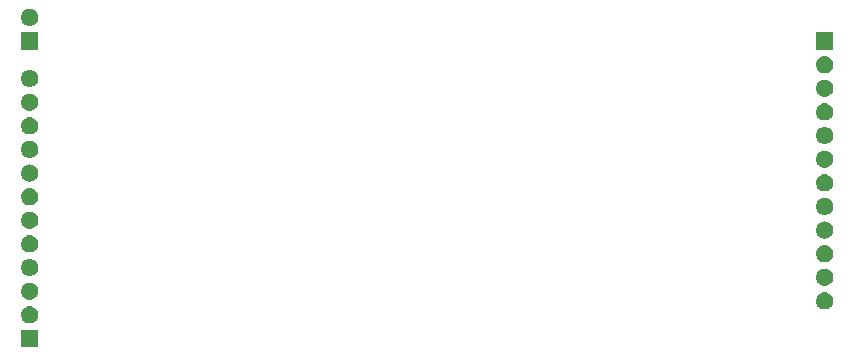
<source format=gbr>
G04 #@! TF.GenerationSoftware,KiCad,Pcbnew,(5.0.2)-1*
G04 #@! TF.CreationDate,2019-04-18T12:23:37+05:30*
G04 #@! TF.ProjectId,ti_based,74695f62-6173-4656-942e-6b696361645f,rev?*
G04 #@! TF.SameCoordinates,Original*
G04 #@! TF.FileFunction,Soldermask,Bot*
G04 #@! TF.FilePolarity,Negative*
%FSLAX46Y46*%
G04 Gerber Fmt 4.6, Leading zero omitted, Abs format (unit mm)*
G04 Created by KiCad (PCBNEW (5.0.2)-1) date 18/04/2019 12:23:37*
%MOMM*%
%LPD*%
G01*
G04 APERTURE LIST*
%ADD10C,0.100000*%
G04 APERTURE END LIST*
D10*
G36*
X52796000Y-61461000D02*
X51344000Y-61461000D01*
X51344000Y-60009000D01*
X52796000Y-60009000D01*
X52796000Y-61461000D01*
X52796000Y-61461000D01*
G37*
G36*
X52126991Y-58011101D02*
X52212321Y-58019505D01*
X52349172Y-58061019D01*
X52349174Y-58061020D01*
X52349177Y-58061021D01*
X52475296Y-58128432D01*
X52585843Y-58219157D01*
X52676568Y-58329704D01*
X52743979Y-58455823D01*
X52743980Y-58455826D01*
X52743981Y-58455828D01*
X52785495Y-58592679D01*
X52799512Y-58735000D01*
X52785495Y-58877321D01*
X52743981Y-59014172D01*
X52743979Y-59014177D01*
X52676568Y-59140296D01*
X52585843Y-59250843D01*
X52475296Y-59341568D01*
X52349177Y-59408979D01*
X52349174Y-59408980D01*
X52349172Y-59408981D01*
X52212321Y-59450495D01*
X52126991Y-59458899D01*
X52105660Y-59461000D01*
X52034340Y-59461000D01*
X52013009Y-59458899D01*
X51927679Y-59450495D01*
X51790828Y-59408981D01*
X51790826Y-59408980D01*
X51790823Y-59408979D01*
X51664704Y-59341568D01*
X51554157Y-59250843D01*
X51463432Y-59140296D01*
X51396021Y-59014177D01*
X51396019Y-59014172D01*
X51354505Y-58877321D01*
X51340488Y-58735000D01*
X51354505Y-58592679D01*
X51396019Y-58455828D01*
X51396020Y-58455826D01*
X51396021Y-58455823D01*
X51463432Y-58329704D01*
X51554157Y-58219157D01*
X51664704Y-58128432D01*
X51790823Y-58061021D01*
X51790826Y-58061020D01*
X51790828Y-58061019D01*
X51927679Y-58019505D01*
X52013009Y-58011101D01*
X52034340Y-58009000D01*
X52105660Y-58009000D01*
X52126991Y-58011101D01*
X52126991Y-58011101D01*
G37*
G36*
X119436991Y-56836101D02*
X119522321Y-56844505D01*
X119659172Y-56886019D01*
X119659174Y-56886020D01*
X119659177Y-56886021D01*
X119785296Y-56953432D01*
X119895843Y-57044157D01*
X119986568Y-57154704D01*
X120053979Y-57280823D01*
X120053980Y-57280826D01*
X120053981Y-57280828D01*
X120095495Y-57417679D01*
X120109512Y-57560000D01*
X120095495Y-57702321D01*
X120053981Y-57839172D01*
X120053979Y-57839177D01*
X119986568Y-57965296D01*
X119895843Y-58075843D01*
X119785296Y-58166568D01*
X119659177Y-58233979D01*
X119659174Y-58233980D01*
X119659172Y-58233981D01*
X119522321Y-58275495D01*
X119436991Y-58283899D01*
X119415660Y-58286000D01*
X119344340Y-58286000D01*
X119323009Y-58283899D01*
X119237679Y-58275495D01*
X119100828Y-58233981D01*
X119100826Y-58233980D01*
X119100823Y-58233979D01*
X118974704Y-58166568D01*
X118864157Y-58075843D01*
X118773432Y-57965296D01*
X118706021Y-57839177D01*
X118706019Y-57839172D01*
X118664505Y-57702321D01*
X118650488Y-57560000D01*
X118664505Y-57417679D01*
X118706019Y-57280828D01*
X118706020Y-57280826D01*
X118706021Y-57280823D01*
X118773432Y-57154704D01*
X118864157Y-57044157D01*
X118974704Y-56953432D01*
X119100823Y-56886021D01*
X119100826Y-56886020D01*
X119100828Y-56886019D01*
X119237679Y-56844505D01*
X119323009Y-56836101D01*
X119344340Y-56834000D01*
X119415660Y-56834000D01*
X119436991Y-56836101D01*
X119436991Y-56836101D01*
G37*
G36*
X52126991Y-56011101D02*
X52212321Y-56019505D01*
X52349172Y-56061019D01*
X52349174Y-56061020D01*
X52349177Y-56061021D01*
X52475296Y-56128432D01*
X52585843Y-56219157D01*
X52676568Y-56329704D01*
X52743979Y-56455823D01*
X52743980Y-56455826D01*
X52743981Y-56455828D01*
X52785495Y-56592679D01*
X52799512Y-56735000D01*
X52785495Y-56877321D01*
X52743981Y-57014172D01*
X52743979Y-57014177D01*
X52676568Y-57140296D01*
X52585843Y-57250843D01*
X52475296Y-57341568D01*
X52349177Y-57408979D01*
X52349174Y-57408980D01*
X52349172Y-57408981D01*
X52212321Y-57450495D01*
X52126991Y-57458899D01*
X52105660Y-57461000D01*
X52034340Y-57461000D01*
X52013009Y-57458899D01*
X51927679Y-57450495D01*
X51790828Y-57408981D01*
X51790826Y-57408980D01*
X51790823Y-57408979D01*
X51664704Y-57341568D01*
X51554157Y-57250843D01*
X51463432Y-57140296D01*
X51396021Y-57014177D01*
X51396019Y-57014172D01*
X51354505Y-56877321D01*
X51340488Y-56735000D01*
X51354505Y-56592679D01*
X51396019Y-56455828D01*
X51396020Y-56455826D01*
X51396021Y-56455823D01*
X51463432Y-56329704D01*
X51554157Y-56219157D01*
X51664704Y-56128432D01*
X51790823Y-56061021D01*
X51790826Y-56061020D01*
X51790828Y-56061019D01*
X51927679Y-56019505D01*
X52013009Y-56011101D01*
X52034340Y-56009000D01*
X52105660Y-56009000D01*
X52126991Y-56011101D01*
X52126991Y-56011101D01*
G37*
G36*
X119436991Y-54836101D02*
X119522321Y-54844505D01*
X119659172Y-54886019D01*
X119659174Y-54886020D01*
X119659177Y-54886021D01*
X119785296Y-54953432D01*
X119895843Y-55044157D01*
X119986568Y-55154704D01*
X120053979Y-55280823D01*
X120053980Y-55280826D01*
X120053981Y-55280828D01*
X120095495Y-55417679D01*
X120109512Y-55560000D01*
X120095495Y-55702321D01*
X120053981Y-55839172D01*
X120053979Y-55839177D01*
X119986568Y-55965296D01*
X119895843Y-56075843D01*
X119785296Y-56166568D01*
X119659177Y-56233979D01*
X119659174Y-56233980D01*
X119659172Y-56233981D01*
X119522321Y-56275495D01*
X119436991Y-56283899D01*
X119415660Y-56286000D01*
X119344340Y-56286000D01*
X119323009Y-56283899D01*
X119237679Y-56275495D01*
X119100828Y-56233981D01*
X119100826Y-56233980D01*
X119100823Y-56233979D01*
X118974704Y-56166568D01*
X118864157Y-56075843D01*
X118773432Y-55965296D01*
X118706021Y-55839177D01*
X118706019Y-55839172D01*
X118664505Y-55702321D01*
X118650488Y-55560000D01*
X118664505Y-55417679D01*
X118706019Y-55280828D01*
X118706020Y-55280826D01*
X118706021Y-55280823D01*
X118773432Y-55154704D01*
X118864157Y-55044157D01*
X118974704Y-54953432D01*
X119100823Y-54886021D01*
X119100826Y-54886020D01*
X119100828Y-54886019D01*
X119237679Y-54844505D01*
X119323009Y-54836101D01*
X119344340Y-54834000D01*
X119415660Y-54834000D01*
X119436991Y-54836101D01*
X119436991Y-54836101D01*
G37*
G36*
X52126991Y-54011101D02*
X52212321Y-54019505D01*
X52349172Y-54061019D01*
X52349174Y-54061020D01*
X52349177Y-54061021D01*
X52475296Y-54128432D01*
X52585843Y-54219157D01*
X52676568Y-54329704D01*
X52743979Y-54455823D01*
X52743980Y-54455826D01*
X52743981Y-54455828D01*
X52785495Y-54592679D01*
X52799512Y-54735000D01*
X52785495Y-54877321D01*
X52743981Y-55014172D01*
X52743979Y-55014177D01*
X52676568Y-55140296D01*
X52585843Y-55250843D01*
X52475296Y-55341568D01*
X52349177Y-55408979D01*
X52349174Y-55408980D01*
X52349172Y-55408981D01*
X52212321Y-55450495D01*
X52126991Y-55458899D01*
X52105660Y-55461000D01*
X52034340Y-55461000D01*
X52013009Y-55458899D01*
X51927679Y-55450495D01*
X51790828Y-55408981D01*
X51790826Y-55408980D01*
X51790823Y-55408979D01*
X51664704Y-55341568D01*
X51554157Y-55250843D01*
X51463432Y-55140296D01*
X51396021Y-55014177D01*
X51396019Y-55014172D01*
X51354505Y-54877321D01*
X51340488Y-54735000D01*
X51354505Y-54592679D01*
X51396019Y-54455828D01*
X51396020Y-54455826D01*
X51396021Y-54455823D01*
X51463432Y-54329704D01*
X51554157Y-54219157D01*
X51664704Y-54128432D01*
X51790823Y-54061021D01*
X51790826Y-54061020D01*
X51790828Y-54061019D01*
X51927679Y-54019505D01*
X52013009Y-54011101D01*
X52034340Y-54009000D01*
X52105660Y-54009000D01*
X52126991Y-54011101D01*
X52126991Y-54011101D01*
G37*
G36*
X119436991Y-52836101D02*
X119522321Y-52844505D01*
X119659172Y-52886019D01*
X119659174Y-52886020D01*
X119659177Y-52886021D01*
X119785296Y-52953432D01*
X119895843Y-53044157D01*
X119986568Y-53154704D01*
X120053979Y-53280823D01*
X120053980Y-53280826D01*
X120053981Y-53280828D01*
X120095495Y-53417679D01*
X120109512Y-53560000D01*
X120095495Y-53702321D01*
X120053981Y-53839172D01*
X120053979Y-53839177D01*
X119986568Y-53965296D01*
X119895843Y-54075843D01*
X119785296Y-54166568D01*
X119659177Y-54233979D01*
X119659174Y-54233980D01*
X119659172Y-54233981D01*
X119522321Y-54275495D01*
X119436991Y-54283899D01*
X119415660Y-54286000D01*
X119344340Y-54286000D01*
X119323009Y-54283899D01*
X119237679Y-54275495D01*
X119100828Y-54233981D01*
X119100826Y-54233980D01*
X119100823Y-54233979D01*
X118974704Y-54166568D01*
X118864157Y-54075843D01*
X118773432Y-53965296D01*
X118706021Y-53839177D01*
X118706019Y-53839172D01*
X118664505Y-53702321D01*
X118650488Y-53560000D01*
X118664505Y-53417679D01*
X118706019Y-53280828D01*
X118706020Y-53280826D01*
X118706021Y-53280823D01*
X118773432Y-53154704D01*
X118864157Y-53044157D01*
X118974704Y-52953432D01*
X119100823Y-52886021D01*
X119100826Y-52886020D01*
X119100828Y-52886019D01*
X119237679Y-52844505D01*
X119323009Y-52836101D01*
X119344340Y-52834000D01*
X119415660Y-52834000D01*
X119436991Y-52836101D01*
X119436991Y-52836101D01*
G37*
G36*
X52126991Y-52011101D02*
X52212321Y-52019505D01*
X52349172Y-52061019D01*
X52349174Y-52061020D01*
X52349177Y-52061021D01*
X52475296Y-52128432D01*
X52585843Y-52219157D01*
X52676568Y-52329704D01*
X52743979Y-52455823D01*
X52743980Y-52455826D01*
X52743981Y-52455828D01*
X52785495Y-52592679D01*
X52799512Y-52735000D01*
X52785495Y-52877321D01*
X52743981Y-53014172D01*
X52743979Y-53014177D01*
X52676568Y-53140296D01*
X52585843Y-53250843D01*
X52475296Y-53341568D01*
X52349177Y-53408979D01*
X52349174Y-53408980D01*
X52349172Y-53408981D01*
X52212321Y-53450495D01*
X52126991Y-53458899D01*
X52105660Y-53461000D01*
X52034340Y-53461000D01*
X52013009Y-53458899D01*
X51927679Y-53450495D01*
X51790828Y-53408981D01*
X51790826Y-53408980D01*
X51790823Y-53408979D01*
X51664704Y-53341568D01*
X51554157Y-53250843D01*
X51463432Y-53140296D01*
X51396021Y-53014177D01*
X51396019Y-53014172D01*
X51354505Y-52877321D01*
X51340488Y-52735000D01*
X51354505Y-52592679D01*
X51396019Y-52455828D01*
X51396020Y-52455826D01*
X51396021Y-52455823D01*
X51463432Y-52329704D01*
X51554157Y-52219157D01*
X51664704Y-52128432D01*
X51790823Y-52061021D01*
X51790826Y-52061020D01*
X51790828Y-52061019D01*
X51927679Y-52019505D01*
X52013009Y-52011101D01*
X52034340Y-52009000D01*
X52105660Y-52009000D01*
X52126991Y-52011101D01*
X52126991Y-52011101D01*
G37*
G36*
X119436991Y-50836101D02*
X119522321Y-50844505D01*
X119659172Y-50886019D01*
X119659174Y-50886020D01*
X119659177Y-50886021D01*
X119785296Y-50953432D01*
X119895843Y-51044157D01*
X119986568Y-51154704D01*
X120053979Y-51280823D01*
X120053980Y-51280826D01*
X120053981Y-51280828D01*
X120095495Y-51417679D01*
X120109512Y-51560000D01*
X120095495Y-51702321D01*
X120053981Y-51839172D01*
X120053979Y-51839177D01*
X119986568Y-51965296D01*
X119895843Y-52075843D01*
X119785296Y-52166568D01*
X119659177Y-52233979D01*
X119659174Y-52233980D01*
X119659172Y-52233981D01*
X119522321Y-52275495D01*
X119436991Y-52283899D01*
X119415660Y-52286000D01*
X119344340Y-52286000D01*
X119323009Y-52283899D01*
X119237679Y-52275495D01*
X119100828Y-52233981D01*
X119100826Y-52233980D01*
X119100823Y-52233979D01*
X118974704Y-52166568D01*
X118864157Y-52075843D01*
X118773432Y-51965296D01*
X118706021Y-51839177D01*
X118706019Y-51839172D01*
X118664505Y-51702321D01*
X118650488Y-51560000D01*
X118664505Y-51417679D01*
X118706019Y-51280828D01*
X118706020Y-51280826D01*
X118706021Y-51280823D01*
X118773432Y-51154704D01*
X118864157Y-51044157D01*
X118974704Y-50953432D01*
X119100823Y-50886021D01*
X119100826Y-50886020D01*
X119100828Y-50886019D01*
X119237679Y-50844505D01*
X119323009Y-50836101D01*
X119344340Y-50834000D01*
X119415660Y-50834000D01*
X119436991Y-50836101D01*
X119436991Y-50836101D01*
G37*
G36*
X52126991Y-50011101D02*
X52212321Y-50019505D01*
X52349172Y-50061019D01*
X52349174Y-50061020D01*
X52349177Y-50061021D01*
X52475296Y-50128432D01*
X52585843Y-50219157D01*
X52676568Y-50329704D01*
X52743979Y-50455823D01*
X52743980Y-50455826D01*
X52743981Y-50455828D01*
X52785495Y-50592679D01*
X52799512Y-50735000D01*
X52785495Y-50877321D01*
X52743981Y-51014172D01*
X52743979Y-51014177D01*
X52676568Y-51140296D01*
X52585843Y-51250843D01*
X52475296Y-51341568D01*
X52349177Y-51408979D01*
X52349174Y-51408980D01*
X52349172Y-51408981D01*
X52212321Y-51450495D01*
X52126991Y-51458899D01*
X52105660Y-51461000D01*
X52034340Y-51461000D01*
X52013009Y-51458899D01*
X51927679Y-51450495D01*
X51790828Y-51408981D01*
X51790826Y-51408980D01*
X51790823Y-51408979D01*
X51664704Y-51341568D01*
X51554157Y-51250843D01*
X51463432Y-51140296D01*
X51396021Y-51014177D01*
X51396019Y-51014172D01*
X51354505Y-50877321D01*
X51340488Y-50735000D01*
X51354505Y-50592679D01*
X51396019Y-50455828D01*
X51396020Y-50455826D01*
X51396021Y-50455823D01*
X51463432Y-50329704D01*
X51554157Y-50219157D01*
X51664704Y-50128432D01*
X51790823Y-50061021D01*
X51790826Y-50061020D01*
X51790828Y-50061019D01*
X51927679Y-50019505D01*
X52013009Y-50011101D01*
X52034340Y-50009000D01*
X52105660Y-50009000D01*
X52126991Y-50011101D01*
X52126991Y-50011101D01*
G37*
G36*
X119436991Y-48836101D02*
X119522321Y-48844505D01*
X119659172Y-48886019D01*
X119659174Y-48886020D01*
X119659177Y-48886021D01*
X119785296Y-48953432D01*
X119895843Y-49044157D01*
X119986568Y-49154704D01*
X120053979Y-49280823D01*
X120053980Y-49280826D01*
X120053981Y-49280828D01*
X120095495Y-49417679D01*
X120109512Y-49560000D01*
X120095495Y-49702321D01*
X120053981Y-49839172D01*
X120053979Y-49839177D01*
X119986568Y-49965296D01*
X119895843Y-50075843D01*
X119785296Y-50166568D01*
X119659177Y-50233979D01*
X119659174Y-50233980D01*
X119659172Y-50233981D01*
X119522321Y-50275495D01*
X119436991Y-50283899D01*
X119415660Y-50286000D01*
X119344340Y-50286000D01*
X119323009Y-50283899D01*
X119237679Y-50275495D01*
X119100828Y-50233981D01*
X119100826Y-50233980D01*
X119100823Y-50233979D01*
X118974704Y-50166568D01*
X118864157Y-50075843D01*
X118773432Y-49965296D01*
X118706021Y-49839177D01*
X118706019Y-49839172D01*
X118664505Y-49702321D01*
X118650488Y-49560000D01*
X118664505Y-49417679D01*
X118706019Y-49280828D01*
X118706020Y-49280826D01*
X118706021Y-49280823D01*
X118773432Y-49154704D01*
X118864157Y-49044157D01*
X118974704Y-48953432D01*
X119100823Y-48886021D01*
X119100826Y-48886020D01*
X119100828Y-48886019D01*
X119237679Y-48844505D01*
X119323009Y-48836101D01*
X119344340Y-48834000D01*
X119415660Y-48834000D01*
X119436991Y-48836101D01*
X119436991Y-48836101D01*
G37*
G36*
X52126991Y-48011101D02*
X52212321Y-48019505D01*
X52349172Y-48061019D01*
X52349174Y-48061020D01*
X52349177Y-48061021D01*
X52475296Y-48128432D01*
X52585843Y-48219157D01*
X52676568Y-48329704D01*
X52743979Y-48455823D01*
X52743980Y-48455826D01*
X52743981Y-48455828D01*
X52785495Y-48592679D01*
X52799512Y-48735000D01*
X52785495Y-48877321D01*
X52743981Y-49014172D01*
X52743979Y-49014177D01*
X52676568Y-49140296D01*
X52585843Y-49250843D01*
X52475296Y-49341568D01*
X52349177Y-49408979D01*
X52349174Y-49408980D01*
X52349172Y-49408981D01*
X52212321Y-49450495D01*
X52126991Y-49458899D01*
X52105660Y-49461000D01*
X52034340Y-49461000D01*
X52013009Y-49458899D01*
X51927679Y-49450495D01*
X51790828Y-49408981D01*
X51790826Y-49408980D01*
X51790823Y-49408979D01*
X51664704Y-49341568D01*
X51554157Y-49250843D01*
X51463432Y-49140296D01*
X51396021Y-49014177D01*
X51396019Y-49014172D01*
X51354505Y-48877321D01*
X51340488Y-48735000D01*
X51354505Y-48592679D01*
X51396019Y-48455828D01*
X51396020Y-48455826D01*
X51396021Y-48455823D01*
X51463432Y-48329704D01*
X51554157Y-48219157D01*
X51664704Y-48128432D01*
X51790823Y-48061021D01*
X51790826Y-48061020D01*
X51790828Y-48061019D01*
X51927679Y-48019505D01*
X52013009Y-48011101D01*
X52034340Y-48009000D01*
X52105660Y-48009000D01*
X52126991Y-48011101D01*
X52126991Y-48011101D01*
G37*
G36*
X119436991Y-46836101D02*
X119522321Y-46844505D01*
X119659172Y-46886019D01*
X119659174Y-46886020D01*
X119659177Y-46886021D01*
X119785296Y-46953432D01*
X119895843Y-47044157D01*
X119986568Y-47154704D01*
X120053979Y-47280823D01*
X120053980Y-47280826D01*
X120053981Y-47280828D01*
X120095495Y-47417679D01*
X120109512Y-47560000D01*
X120095495Y-47702321D01*
X120053981Y-47839172D01*
X120053979Y-47839177D01*
X119986568Y-47965296D01*
X119895843Y-48075843D01*
X119785296Y-48166568D01*
X119659177Y-48233979D01*
X119659174Y-48233980D01*
X119659172Y-48233981D01*
X119522321Y-48275495D01*
X119436991Y-48283899D01*
X119415660Y-48286000D01*
X119344340Y-48286000D01*
X119323009Y-48283899D01*
X119237679Y-48275495D01*
X119100828Y-48233981D01*
X119100826Y-48233980D01*
X119100823Y-48233979D01*
X118974704Y-48166568D01*
X118864157Y-48075843D01*
X118773432Y-47965296D01*
X118706021Y-47839177D01*
X118706019Y-47839172D01*
X118664505Y-47702321D01*
X118650488Y-47560000D01*
X118664505Y-47417679D01*
X118706019Y-47280828D01*
X118706020Y-47280826D01*
X118706021Y-47280823D01*
X118773432Y-47154704D01*
X118864157Y-47044157D01*
X118974704Y-46953432D01*
X119100823Y-46886021D01*
X119100826Y-46886020D01*
X119100828Y-46886019D01*
X119237679Y-46844505D01*
X119323009Y-46836101D01*
X119344340Y-46834000D01*
X119415660Y-46834000D01*
X119436991Y-46836101D01*
X119436991Y-46836101D01*
G37*
G36*
X52126991Y-46011101D02*
X52212321Y-46019505D01*
X52349172Y-46061019D01*
X52349174Y-46061020D01*
X52349177Y-46061021D01*
X52475296Y-46128432D01*
X52585843Y-46219157D01*
X52676568Y-46329704D01*
X52743979Y-46455823D01*
X52743980Y-46455826D01*
X52743981Y-46455828D01*
X52785495Y-46592679D01*
X52799512Y-46735000D01*
X52785495Y-46877321D01*
X52743981Y-47014172D01*
X52743979Y-47014177D01*
X52676568Y-47140296D01*
X52585843Y-47250843D01*
X52475296Y-47341568D01*
X52349177Y-47408979D01*
X52349174Y-47408980D01*
X52349172Y-47408981D01*
X52212321Y-47450495D01*
X52126991Y-47458899D01*
X52105660Y-47461000D01*
X52034340Y-47461000D01*
X52013009Y-47458899D01*
X51927679Y-47450495D01*
X51790828Y-47408981D01*
X51790826Y-47408980D01*
X51790823Y-47408979D01*
X51664704Y-47341568D01*
X51554157Y-47250843D01*
X51463432Y-47140296D01*
X51396021Y-47014177D01*
X51396019Y-47014172D01*
X51354505Y-46877321D01*
X51340488Y-46735000D01*
X51354505Y-46592679D01*
X51396019Y-46455828D01*
X51396020Y-46455826D01*
X51396021Y-46455823D01*
X51463432Y-46329704D01*
X51554157Y-46219157D01*
X51664704Y-46128432D01*
X51790823Y-46061021D01*
X51790826Y-46061020D01*
X51790828Y-46061019D01*
X51927679Y-46019505D01*
X52013009Y-46011101D01*
X52034340Y-46009000D01*
X52105660Y-46009000D01*
X52126991Y-46011101D01*
X52126991Y-46011101D01*
G37*
G36*
X119436991Y-44836101D02*
X119522321Y-44844505D01*
X119659172Y-44886019D01*
X119659174Y-44886020D01*
X119659177Y-44886021D01*
X119785296Y-44953432D01*
X119895843Y-45044157D01*
X119986568Y-45154704D01*
X120053979Y-45280823D01*
X120053980Y-45280826D01*
X120053981Y-45280828D01*
X120095495Y-45417679D01*
X120109512Y-45560000D01*
X120095495Y-45702321D01*
X120053981Y-45839172D01*
X120053979Y-45839177D01*
X119986568Y-45965296D01*
X119895843Y-46075843D01*
X119785296Y-46166568D01*
X119659177Y-46233979D01*
X119659174Y-46233980D01*
X119659172Y-46233981D01*
X119522321Y-46275495D01*
X119436991Y-46283899D01*
X119415660Y-46286000D01*
X119344340Y-46286000D01*
X119323009Y-46283899D01*
X119237679Y-46275495D01*
X119100828Y-46233981D01*
X119100826Y-46233980D01*
X119100823Y-46233979D01*
X118974704Y-46166568D01*
X118864157Y-46075843D01*
X118773432Y-45965296D01*
X118706021Y-45839177D01*
X118706019Y-45839172D01*
X118664505Y-45702321D01*
X118650488Y-45560000D01*
X118664505Y-45417679D01*
X118706019Y-45280828D01*
X118706020Y-45280826D01*
X118706021Y-45280823D01*
X118773432Y-45154704D01*
X118864157Y-45044157D01*
X118974704Y-44953432D01*
X119100823Y-44886021D01*
X119100826Y-44886020D01*
X119100828Y-44886019D01*
X119237679Y-44844505D01*
X119323009Y-44836101D01*
X119344340Y-44834000D01*
X119415660Y-44834000D01*
X119436991Y-44836101D01*
X119436991Y-44836101D01*
G37*
G36*
X52126991Y-44011101D02*
X52212321Y-44019505D01*
X52349172Y-44061019D01*
X52349174Y-44061020D01*
X52349177Y-44061021D01*
X52475296Y-44128432D01*
X52585843Y-44219157D01*
X52676568Y-44329704D01*
X52743979Y-44455823D01*
X52743980Y-44455826D01*
X52743981Y-44455828D01*
X52785495Y-44592679D01*
X52799512Y-44735000D01*
X52785495Y-44877321D01*
X52743981Y-45014172D01*
X52743979Y-45014177D01*
X52676568Y-45140296D01*
X52585843Y-45250843D01*
X52475296Y-45341568D01*
X52349177Y-45408979D01*
X52349174Y-45408980D01*
X52349172Y-45408981D01*
X52212321Y-45450495D01*
X52126991Y-45458899D01*
X52105660Y-45461000D01*
X52034340Y-45461000D01*
X52013009Y-45458899D01*
X51927679Y-45450495D01*
X51790828Y-45408981D01*
X51790826Y-45408980D01*
X51790823Y-45408979D01*
X51664704Y-45341568D01*
X51554157Y-45250843D01*
X51463432Y-45140296D01*
X51396021Y-45014177D01*
X51396019Y-45014172D01*
X51354505Y-44877321D01*
X51340488Y-44735000D01*
X51354505Y-44592679D01*
X51396019Y-44455828D01*
X51396020Y-44455826D01*
X51396021Y-44455823D01*
X51463432Y-44329704D01*
X51554157Y-44219157D01*
X51664704Y-44128432D01*
X51790823Y-44061021D01*
X51790826Y-44061020D01*
X51790828Y-44061019D01*
X51927679Y-44019505D01*
X52013009Y-44011101D01*
X52034340Y-44009000D01*
X52105660Y-44009000D01*
X52126991Y-44011101D01*
X52126991Y-44011101D01*
G37*
G36*
X119436991Y-42836101D02*
X119522321Y-42844505D01*
X119659172Y-42886019D01*
X119659174Y-42886020D01*
X119659177Y-42886021D01*
X119785296Y-42953432D01*
X119895843Y-43044157D01*
X119986568Y-43154704D01*
X120053979Y-43280823D01*
X120053980Y-43280826D01*
X120053981Y-43280828D01*
X120095495Y-43417679D01*
X120109512Y-43560000D01*
X120095495Y-43702321D01*
X120053981Y-43839172D01*
X120053979Y-43839177D01*
X119986568Y-43965296D01*
X119895843Y-44075843D01*
X119785296Y-44166568D01*
X119659177Y-44233979D01*
X119659174Y-44233980D01*
X119659172Y-44233981D01*
X119522321Y-44275495D01*
X119436991Y-44283899D01*
X119415660Y-44286000D01*
X119344340Y-44286000D01*
X119323009Y-44283899D01*
X119237679Y-44275495D01*
X119100828Y-44233981D01*
X119100826Y-44233980D01*
X119100823Y-44233979D01*
X118974704Y-44166568D01*
X118864157Y-44075843D01*
X118773432Y-43965296D01*
X118706021Y-43839177D01*
X118706019Y-43839172D01*
X118664505Y-43702321D01*
X118650488Y-43560000D01*
X118664505Y-43417679D01*
X118706019Y-43280828D01*
X118706020Y-43280826D01*
X118706021Y-43280823D01*
X118773432Y-43154704D01*
X118864157Y-43044157D01*
X118974704Y-42953432D01*
X119100823Y-42886021D01*
X119100826Y-42886020D01*
X119100828Y-42886019D01*
X119237679Y-42844505D01*
X119323009Y-42836101D01*
X119344340Y-42834000D01*
X119415660Y-42834000D01*
X119436991Y-42836101D01*
X119436991Y-42836101D01*
G37*
G36*
X52126991Y-42011101D02*
X52212321Y-42019505D01*
X52349172Y-42061019D01*
X52349174Y-42061020D01*
X52349177Y-42061021D01*
X52475296Y-42128432D01*
X52585843Y-42219157D01*
X52676568Y-42329704D01*
X52743979Y-42455823D01*
X52743980Y-42455826D01*
X52743981Y-42455828D01*
X52785495Y-42592679D01*
X52799512Y-42735000D01*
X52785495Y-42877321D01*
X52743981Y-43014172D01*
X52743979Y-43014177D01*
X52676568Y-43140296D01*
X52585843Y-43250843D01*
X52475296Y-43341568D01*
X52349177Y-43408979D01*
X52349174Y-43408980D01*
X52349172Y-43408981D01*
X52212321Y-43450495D01*
X52126991Y-43458899D01*
X52105660Y-43461000D01*
X52034340Y-43461000D01*
X52013009Y-43458899D01*
X51927679Y-43450495D01*
X51790828Y-43408981D01*
X51790826Y-43408980D01*
X51790823Y-43408979D01*
X51664704Y-43341568D01*
X51554157Y-43250843D01*
X51463432Y-43140296D01*
X51396021Y-43014177D01*
X51396019Y-43014172D01*
X51354505Y-42877321D01*
X51340488Y-42735000D01*
X51354505Y-42592679D01*
X51396019Y-42455828D01*
X51396020Y-42455826D01*
X51396021Y-42455823D01*
X51463432Y-42329704D01*
X51554157Y-42219157D01*
X51664704Y-42128432D01*
X51790823Y-42061021D01*
X51790826Y-42061020D01*
X51790828Y-42061019D01*
X51927679Y-42019505D01*
X52013009Y-42011101D01*
X52034340Y-42009000D01*
X52105660Y-42009000D01*
X52126991Y-42011101D01*
X52126991Y-42011101D01*
G37*
G36*
X119436991Y-40836101D02*
X119522321Y-40844505D01*
X119659172Y-40886019D01*
X119659174Y-40886020D01*
X119659177Y-40886021D01*
X119785296Y-40953432D01*
X119895843Y-41044157D01*
X119986568Y-41154704D01*
X120053979Y-41280823D01*
X120053980Y-41280826D01*
X120053981Y-41280828D01*
X120095495Y-41417679D01*
X120109512Y-41560000D01*
X120095495Y-41702321D01*
X120053981Y-41839172D01*
X120053979Y-41839177D01*
X119986568Y-41965296D01*
X119895843Y-42075843D01*
X119785296Y-42166568D01*
X119659177Y-42233979D01*
X119659174Y-42233980D01*
X119659172Y-42233981D01*
X119522321Y-42275495D01*
X119436991Y-42283899D01*
X119415660Y-42286000D01*
X119344340Y-42286000D01*
X119323009Y-42283899D01*
X119237679Y-42275495D01*
X119100828Y-42233981D01*
X119100826Y-42233980D01*
X119100823Y-42233979D01*
X118974704Y-42166568D01*
X118864157Y-42075843D01*
X118773432Y-41965296D01*
X118706021Y-41839177D01*
X118706019Y-41839172D01*
X118664505Y-41702321D01*
X118650488Y-41560000D01*
X118664505Y-41417679D01*
X118706019Y-41280828D01*
X118706020Y-41280826D01*
X118706021Y-41280823D01*
X118773432Y-41154704D01*
X118864157Y-41044157D01*
X118974704Y-40953432D01*
X119100823Y-40886021D01*
X119100826Y-40886020D01*
X119100828Y-40886019D01*
X119237679Y-40844505D01*
X119323009Y-40836101D01*
X119344340Y-40834000D01*
X119415660Y-40834000D01*
X119436991Y-40836101D01*
X119436991Y-40836101D01*
G37*
G36*
X52126991Y-40011101D02*
X52212321Y-40019505D01*
X52349172Y-40061019D01*
X52349174Y-40061020D01*
X52349177Y-40061021D01*
X52475296Y-40128432D01*
X52585843Y-40219157D01*
X52676568Y-40329704D01*
X52743979Y-40455823D01*
X52743980Y-40455826D01*
X52743981Y-40455828D01*
X52785495Y-40592679D01*
X52799512Y-40735000D01*
X52785495Y-40877321D01*
X52743981Y-41014172D01*
X52743979Y-41014177D01*
X52676568Y-41140296D01*
X52585843Y-41250843D01*
X52475296Y-41341568D01*
X52349177Y-41408979D01*
X52349174Y-41408980D01*
X52349172Y-41408981D01*
X52212321Y-41450495D01*
X52126991Y-41458899D01*
X52105660Y-41461000D01*
X52034340Y-41461000D01*
X52013009Y-41458899D01*
X51927679Y-41450495D01*
X51790828Y-41408981D01*
X51790826Y-41408980D01*
X51790823Y-41408979D01*
X51664704Y-41341568D01*
X51554157Y-41250843D01*
X51463432Y-41140296D01*
X51396021Y-41014177D01*
X51396019Y-41014172D01*
X51354505Y-40877321D01*
X51340488Y-40735000D01*
X51354505Y-40592679D01*
X51396019Y-40455828D01*
X51396020Y-40455826D01*
X51396021Y-40455823D01*
X51463432Y-40329704D01*
X51554157Y-40219157D01*
X51664704Y-40128432D01*
X51790823Y-40061021D01*
X51790826Y-40061020D01*
X51790828Y-40061019D01*
X51927679Y-40019505D01*
X52013009Y-40011101D01*
X52034340Y-40009000D01*
X52105660Y-40009000D01*
X52126991Y-40011101D01*
X52126991Y-40011101D01*
G37*
G36*
X119436991Y-38836101D02*
X119522321Y-38844505D01*
X119659172Y-38886019D01*
X119659174Y-38886020D01*
X119659177Y-38886021D01*
X119785296Y-38953432D01*
X119895843Y-39044157D01*
X119986568Y-39154704D01*
X120053979Y-39280823D01*
X120053980Y-39280826D01*
X120053981Y-39280828D01*
X120095495Y-39417679D01*
X120109512Y-39560000D01*
X120095495Y-39702321D01*
X120053981Y-39839172D01*
X120053979Y-39839177D01*
X119986568Y-39965296D01*
X119895843Y-40075843D01*
X119785296Y-40166568D01*
X119659177Y-40233979D01*
X119659174Y-40233980D01*
X119659172Y-40233981D01*
X119522321Y-40275495D01*
X119436991Y-40283899D01*
X119415660Y-40286000D01*
X119344340Y-40286000D01*
X119323009Y-40283899D01*
X119237679Y-40275495D01*
X119100828Y-40233981D01*
X119100826Y-40233980D01*
X119100823Y-40233979D01*
X118974704Y-40166568D01*
X118864157Y-40075843D01*
X118773432Y-39965296D01*
X118706021Y-39839177D01*
X118706019Y-39839172D01*
X118664505Y-39702321D01*
X118650488Y-39560000D01*
X118664505Y-39417679D01*
X118706019Y-39280828D01*
X118706020Y-39280826D01*
X118706021Y-39280823D01*
X118773432Y-39154704D01*
X118864157Y-39044157D01*
X118974704Y-38953432D01*
X119100823Y-38886021D01*
X119100826Y-38886020D01*
X119100828Y-38886019D01*
X119237679Y-38844505D01*
X119323009Y-38836101D01*
X119344340Y-38834000D01*
X119415660Y-38834000D01*
X119436991Y-38836101D01*
X119436991Y-38836101D01*
G37*
G36*
X52126991Y-38011101D02*
X52212321Y-38019505D01*
X52349172Y-38061019D01*
X52349174Y-38061020D01*
X52349177Y-38061021D01*
X52475296Y-38128432D01*
X52585843Y-38219157D01*
X52676568Y-38329704D01*
X52743979Y-38455823D01*
X52743980Y-38455826D01*
X52743981Y-38455828D01*
X52785495Y-38592679D01*
X52799512Y-38735000D01*
X52785495Y-38877321D01*
X52743981Y-39014172D01*
X52743979Y-39014177D01*
X52676568Y-39140296D01*
X52585843Y-39250843D01*
X52475296Y-39341568D01*
X52349177Y-39408979D01*
X52349174Y-39408980D01*
X52349172Y-39408981D01*
X52212321Y-39450495D01*
X52126991Y-39458899D01*
X52105660Y-39461000D01*
X52034340Y-39461000D01*
X52013009Y-39458899D01*
X51927679Y-39450495D01*
X51790828Y-39408981D01*
X51790826Y-39408980D01*
X51790823Y-39408979D01*
X51664704Y-39341568D01*
X51554157Y-39250843D01*
X51463432Y-39140296D01*
X51396021Y-39014177D01*
X51396019Y-39014172D01*
X51354505Y-38877321D01*
X51340488Y-38735000D01*
X51354505Y-38592679D01*
X51396019Y-38455828D01*
X51396020Y-38455826D01*
X51396021Y-38455823D01*
X51463432Y-38329704D01*
X51554157Y-38219157D01*
X51664704Y-38128432D01*
X51790823Y-38061021D01*
X51790826Y-38061020D01*
X51790828Y-38061019D01*
X51927679Y-38019505D01*
X52013009Y-38011101D01*
X52034340Y-38009000D01*
X52105660Y-38009000D01*
X52126991Y-38011101D01*
X52126991Y-38011101D01*
G37*
G36*
X119436991Y-36836101D02*
X119522321Y-36844505D01*
X119659172Y-36886019D01*
X119659174Y-36886020D01*
X119659177Y-36886021D01*
X119785296Y-36953432D01*
X119895843Y-37044157D01*
X119986568Y-37154704D01*
X120053979Y-37280823D01*
X120053980Y-37280826D01*
X120053981Y-37280828D01*
X120095495Y-37417679D01*
X120109512Y-37560000D01*
X120095495Y-37702321D01*
X120053981Y-37839172D01*
X120053979Y-37839177D01*
X119986568Y-37965296D01*
X119895843Y-38075843D01*
X119785296Y-38166568D01*
X119659177Y-38233979D01*
X119659174Y-38233980D01*
X119659172Y-38233981D01*
X119522321Y-38275495D01*
X119436991Y-38283899D01*
X119415660Y-38286000D01*
X119344340Y-38286000D01*
X119323009Y-38283899D01*
X119237679Y-38275495D01*
X119100828Y-38233981D01*
X119100826Y-38233980D01*
X119100823Y-38233979D01*
X118974704Y-38166568D01*
X118864157Y-38075843D01*
X118773432Y-37965296D01*
X118706021Y-37839177D01*
X118706019Y-37839172D01*
X118664505Y-37702321D01*
X118650488Y-37560000D01*
X118664505Y-37417679D01*
X118706019Y-37280828D01*
X118706020Y-37280826D01*
X118706021Y-37280823D01*
X118773432Y-37154704D01*
X118864157Y-37044157D01*
X118974704Y-36953432D01*
X119100823Y-36886021D01*
X119100826Y-36886020D01*
X119100828Y-36886019D01*
X119237679Y-36844505D01*
X119323009Y-36836101D01*
X119344340Y-36834000D01*
X119415660Y-36834000D01*
X119436991Y-36836101D01*
X119436991Y-36836101D01*
G37*
G36*
X120106000Y-36286000D02*
X118654000Y-36286000D01*
X118654000Y-34834000D01*
X120106000Y-34834000D01*
X120106000Y-36286000D01*
X120106000Y-36286000D01*
G37*
G36*
X52796000Y-36286000D02*
X51344000Y-36286000D01*
X51344000Y-34834000D01*
X52796000Y-34834000D01*
X52796000Y-36286000D01*
X52796000Y-36286000D01*
G37*
G36*
X52126991Y-32836101D02*
X52212321Y-32844505D01*
X52349172Y-32886019D01*
X52349174Y-32886020D01*
X52349177Y-32886021D01*
X52475296Y-32953432D01*
X52585843Y-33044157D01*
X52676568Y-33154704D01*
X52743979Y-33280823D01*
X52743980Y-33280826D01*
X52743981Y-33280828D01*
X52785495Y-33417679D01*
X52799512Y-33560000D01*
X52785495Y-33702321D01*
X52743981Y-33839172D01*
X52743979Y-33839177D01*
X52676568Y-33965296D01*
X52585843Y-34075843D01*
X52475296Y-34166568D01*
X52349177Y-34233979D01*
X52349174Y-34233980D01*
X52349172Y-34233981D01*
X52212321Y-34275495D01*
X52126991Y-34283899D01*
X52105660Y-34286000D01*
X52034340Y-34286000D01*
X52013009Y-34283899D01*
X51927679Y-34275495D01*
X51790828Y-34233981D01*
X51790826Y-34233980D01*
X51790823Y-34233979D01*
X51664704Y-34166568D01*
X51554157Y-34075843D01*
X51463432Y-33965296D01*
X51396021Y-33839177D01*
X51396019Y-33839172D01*
X51354505Y-33702321D01*
X51340488Y-33560000D01*
X51354505Y-33417679D01*
X51396019Y-33280828D01*
X51396020Y-33280826D01*
X51396021Y-33280823D01*
X51463432Y-33154704D01*
X51554157Y-33044157D01*
X51664704Y-32953432D01*
X51790823Y-32886021D01*
X51790826Y-32886020D01*
X51790828Y-32886019D01*
X51927679Y-32844505D01*
X52013009Y-32836101D01*
X52034340Y-32834000D01*
X52105660Y-32834000D01*
X52126991Y-32836101D01*
X52126991Y-32836101D01*
G37*
M02*

</source>
